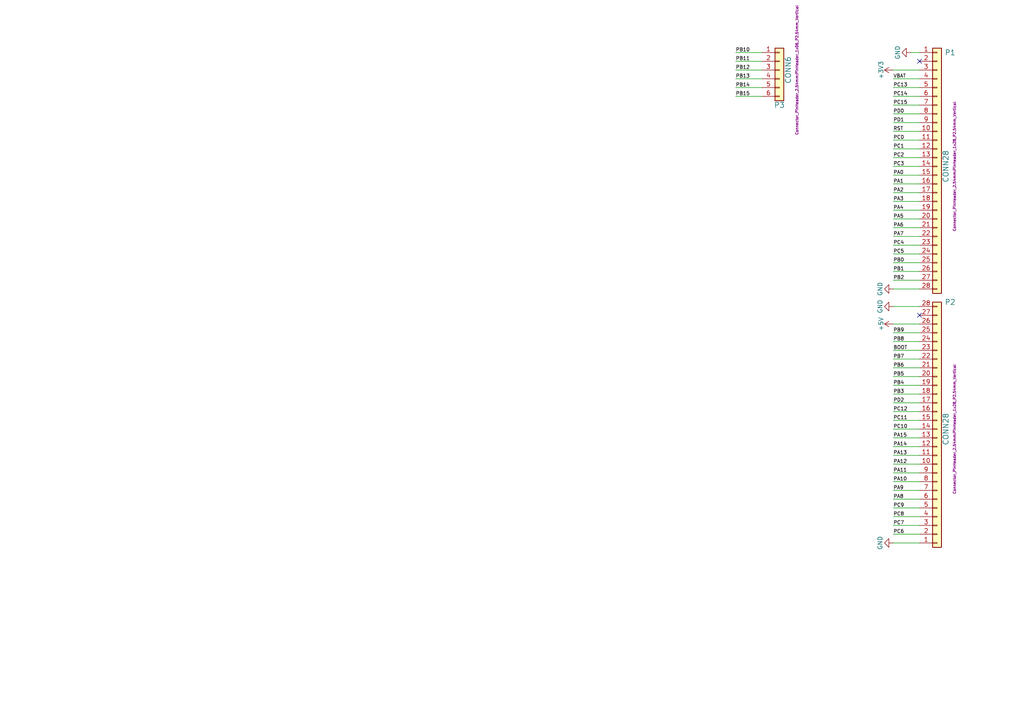
<source format=kicad_sch>
(kicad_sch (version 20230121) (generator eeschema)
  (paper "A4")
  (title_block (title "STM32 Value Line Discovery - Shiled board") (date "20 oct 2012") (rev "1.0"))
  (lib_symbols
    (symbol "Connector_Generic:Conn_01x06" (pin_names (offset 1.016) hide)
      (property "Reference" "J" (at 0 7.62 0))
      (property "Value" "Conn_01x06" (at 0 -10.16 0))
      (symbol "Conn_01x06_1_1"
        (rectangle (start -1.27 -7.493) (end 0 -7.747) (stroke (width 0.1524)))
        (rectangle (start -1.27 -4.953) (end 0 -5.207) (stroke (width 0.1524)))
        (rectangle (start -1.27 -2.413) (end 0 -2.667) (stroke (width 0.1524)))
        (rectangle (start -1.27 0.127) (end 0 -0.127) (stroke (width 0.1524)))
        (rectangle (start -1.27 2.667) (end 0 2.413) (stroke (width 0.1524)))
        (rectangle (start -1.27 5.207) (end 0 4.953) (stroke (width 0.1524)))
        (rectangle (start -1.27 6.35) (end 1.27 -8.89) (stroke (width 0.254)) (fill (type background)))
        (pin passive line (at -5.08 5.08 0) (length 3.81) (name "Pin_1") (number "1"))
        (pin passive line (at -5.08 2.54 0) (length 3.81) (name "Pin_2") (number "2"))
        (pin passive line (at -5.08 0 0) (length 3.81) (name "Pin_3") (number "3"))
        (pin passive line (at -5.08 -2.54 0) (length 3.81) (name "Pin_4") (number "4"))
        (pin passive line (at -5.08 -5.08 0) (length 3.81) (name "Pin_5") (number "5"))
        (pin passive line (at -5.08 -7.62 0) (length 3.81) (name "Pin_6") (number "6"))
      )
    )
    (symbol "Connector_Generic:Conn_01x28" (pin_names (offset 1.016) hide)
      (property "Reference" "J" (at 0 35.56 0))
      (property "Value" "Conn_01x28" (at 0 -38.1 0))
      (symbol "Conn_01x28_1_1"
        (rectangle (start -1.27 -35.433) (end 0 -35.687) (stroke (width 0.1524)))
        (rectangle (start -1.27 -32.893) (end 0 -33.147) (stroke (width 0.1524)))
        (rectangle (start -1.27 -30.353) (end 0 -30.607) (stroke (width 0.1524)))
        (rectangle (start -1.27 -27.813) (end 0 -28.067) (stroke (width 0.1524)))
        (rectangle (start -1.27 -25.273) (end 0 -25.527) (stroke (width 0.1524)))
        (rectangle (start -1.27 -22.733) (end 0 -22.987) (stroke (width 0.1524)))
        (rectangle (start -1.27 -20.193) (end 0 -20.447) (stroke (width 0.1524)))
        (rectangle (start -1.27 -17.653) (end 0 -17.907) (stroke (width 0.1524)))
        (rectangle (start -1.27 -15.113) (end 0 -15.367) (stroke (width 0.1524)))
        (rectangle (start -1.27 -12.573) (end 0 -12.827) (stroke (width 0.1524)))
        (rectangle (start -1.27 -10.033) (end 0 -10.287) (stroke (width 0.1524)))
        (rectangle (start -1.27 -7.493) (end 0 -7.747) (stroke (width 0.1524)))
        (rectangle (start -1.27 -4.953) (end 0 -5.207) (stroke (width 0.1524)))
        (rectangle (start -1.27 -2.413) (end 0 -2.667) (stroke (width 0.1524)))
        (rectangle (start -1.27 0.127) (end 0 -0.127) (stroke (width 0.1524)))
        (rectangle (start -1.27 2.667) (end 0 2.413) (stroke (width 0.1524)))
        (rectangle (start -1.27 5.207) (end 0 4.953) (stroke (width 0.1524)))
        (rectangle (start -1.27 7.747) (end 0 7.493) (stroke (width 0.1524)))
        (rectangle (start -1.27 10.287) (end 0 10.033) (stroke (width 0.1524)))
        (rectangle (start -1.27 12.827) (end 0 12.573) (stroke (width 0.1524)))
        (rectangle (start -1.27 15.367) (end 0 15.113) (stroke (width 0.1524)))
        (rectangle (start -1.27 17.907) (end 0 17.653) (stroke (width 0.1524)))
        (rectangle (start -1.27 20.447) (end 0 20.193) (stroke (width 0.1524)))
        (rectangle (start -1.27 22.987) (end 0 22.733) (stroke (width 0.1524)))
        (rectangle (start -1.27 25.527) (end 0 25.273) (stroke (width 0.1524)))
        (rectangle (start -1.27 28.067) (end 0 27.813) (stroke (width 0.1524)))
        (rectangle (start -1.27 30.607) (end 0 30.353) (stroke (width 0.1524)))
        (rectangle (start -1.27 33.147) (end 0 32.893) (stroke (width 0.1524)))
        (rectangle (start -1.27 34.29) (end 1.27 -36.83) (stroke (width 0.254)) (fill (type background)))
        (pin passive line (at -5.08 33.02 0) (length 3.81) (name "Pin_1") (number "1"))
        (pin passive line (at -5.08 10.16 0) (length 3.81) (name "Pin_10") (number "10"))
        (pin passive line (at -5.08 7.62 0) (length 3.81) (name "Pin_11") (number "11"))
        (pin passive line (at -5.08 5.08 0) (length 3.81) (name "Pin_12") (number "12"))
        (pin passive line (at -5.08 2.54 0) (length 3.81) (name "Pin_13") (number "13"))
        (pin passive line (at -5.08 0 0) (length 3.81) (name "Pin_14") (number "14"))
        (pin passive line (at -5.08 -2.54 0) (length 3.81) (name "Pin_15") (number "15"))
        (pin passive line (at -5.08 -5.08 0) (length 3.81) (name "Pin_16") (number "16"))
        (pin passive line (at -5.08 -7.62 0) (length 3.81) (name "Pin_17") (number "17"))
        (pin passive line (at -5.08 -10.16 0) (length 3.81) (name "Pin_18") (number "18"))
        (pin passive line (at -5.08 -12.7 0) (length 3.81) (name "Pin_19") (number "19"))
        (pin passive line (at -5.08 30.48 0) (length 3.81) (name "Pin_2") (number "2"))
        (pin passive line (at -5.08 -15.24 0) (length 3.81) (name "Pin_20") (number "20"))
        (pin passive line (at -5.08 -17.78 0) (length 3.81) (name "Pin_21") (number "21"))
        (pin passive line (at -5.08 -20.32 0) (length 3.81) (name "Pin_22") (number "22"))
        (pin passive line (at -5.08 -22.86 0) (length 3.81) (name "Pin_23") (number "23"))
        (pin passive line (at -5.08 -25.4 0) (length 3.81) (name "Pin_24") (number "24"))
        (pin passive line (at -5.08 -27.94 0) (length 3.81) (name "Pin_25") (number "25"))
        (pin passive line (at -5.08 -30.48 0) (length 3.81) (name "Pin_26") (number "26"))
        (pin passive line (at -5.08 -33.02 0) (length 3.81) (name "Pin_27") (number "27"))
        (pin passive line (at -5.08 -35.56 0) (length 3.81) (name "Pin_28") (number "28"))
        (pin passive line (at -5.08 27.94 0) (length 3.81) (name "Pin_3") (number "3"))
        (pin passive line (at -5.08 25.4 0) (length 3.81) (name "Pin_4") (number "4"))
        (pin passive line (at -5.08 22.86 0) (length 3.81) (name "Pin_5") (number "5"))
        (pin passive line (at -5.08 20.32 0) (length 3.81) (name "Pin_6") (number "6"))
        (pin passive line (at -5.08 17.78 0) (length 3.81) (name "Pin_7") (number "7"))
        (pin passive line (at -5.08 15.24 0) (length 3.81) (name "Pin_8") (number "8"))
        (pin passive line (at -5.08 12.7 0) (length 3.81) (name "Pin_9") (number "9"))
      )
    )
    (symbol "power:+5V" (power) (pin_names (offset 0))
      (property "Value" "+5V" (at 0 3.556 0))
      (symbol "+5V_0_1"
        (polyline (pts (xy -0.762 1.27) (xy 0 2.54)))
        (polyline (pts (xy 0 0) (xy 0 2.54)))
        (polyline (pts (xy 0 2.54) (xy 0.762 1.27)))
      )
      (symbol "+5V_1_1"
        (pin power_in line (at 0 0 90) (length 0) hide (name "+5V") (number "1"))
      )
    )
    (symbol "power:GND" (power) (pin_names (offset 0))
      (property "Value" "GND" (at 0 -3.81 0))
      (symbol "GND_0_1"
        (polyline (pts (xy 0 0) (xy 0 -1.27) (xy 1.27 -1.27) (xy 0 -2.54) (xy -1.27 -1.27) (xy 0 -1.27)))
      )
      (symbol "GND_1_1"
        (pin power_in line (at 0 0 270) (length 0) hide (name "GND") (number "1"))
      )
    )
    (symbol "stm32f100-discovery-shield-rescue:+3.3V-power" (power) (pin_names (offset 0))
      (property "Value" "+3.3V-power" (at 0 3.556 0))
      (symbol "+3.3V-power_0_1"
        (polyline (pts (xy -0.762 1.27) (xy 0 2.54)))
        (polyline (pts (xy 0 0) (xy 0 2.54)))
        (polyline (pts (xy 0 2.54) (xy 0.762 1.27)))
      )
      (symbol "+3.3V-power_1_1"
        (pin power_in line (at 0 0 90) (length 0) hide (name "+3V3") (number "1"))
      )
    )
  )
  (no_connect (at 266.7 91.44))
  (no_connect (at 266.7 17.78))
  (wire (pts (xy 266.7 88.9) (xy 259.08 88.9)))
  (wire (pts (xy 266.7 38.1) (xy 259.08 38.1)))
  (wire (pts (xy 266.7 43.18) (xy 259.08 43.18)))
  (wire (pts (xy 266.7 15.24) (xy 264.16 15.24)))
  (wire (pts (xy 266.7 106.68) (xy 259.08 106.68)))
  (wire (pts (xy 266.7 139.7) (xy 259.08 139.7)))
  (wire (pts (xy 266.7 30.48) (xy 259.08 30.48)))
  (wire (pts (xy 266.7 124.46) (xy 259.08 124.46)))
  (wire (pts (xy 266.7 114.3) (xy 259.08 114.3)))
  (wire (pts (xy 266.7 147.32) (xy 259.08 147.32)))
  (wire (pts (xy 266.7 58.42) (xy 259.08 58.42)))
  (wire (pts (xy 266.7 121.92) (xy 259.08 121.92)))
  (wire (pts (xy 266.7 144.78) (xy 259.08 144.78)))
  (wire (pts (xy 266.7 66.04) (xy 259.08 66.04)))
  (wire (pts (xy 266.7 20.32) (xy 259.08 20.32)))
  (wire (pts (xy 266.7 73.66) (xy 259.08 73.66)))
  (wire (pts (xy 266.7 71.12) (xy 259.08 71.12)))
  (wire (pts (xy 266.7 78.74) (xy 259.08 78.74)))
  (wire (pts (xy 266.7 137.16) (xy 259.08 137.16)))
  (wire (pts (xy 220.98 15.24) (xy 213.36 15.24)))
  (wire (pts (xy 266.7 93.98) (xy 259.08 93.98)))
  (wire (pts (xy 266.7 149.86) (xy 259.08 149.86)))
  (wire (pts (xy 266.7 63.5) (xy 259.08 63.5)))
  (wire (pts (xy 266.7 152.4) (xy 259.08 152.4)))
  (wire (pts (xy 266.7 101.6) (xy 259.08 101.6)))
  (wire (pts (xy 266.7 22.86) (xy 259.08 22.86)))
  (wire (pts (xy 266.7 35.56) (xy 259.08 35.56)))
  (wire (pts (xy 266.7 116.84) (xy 259.08 116.84)))
  (wire (pts (xy 266.7 127) (xy 259.08 127)))
  (wire (pts (xy 266.7 48.26) (xy 259.08 48.26)))
  (wire (pts (xy 266.7 53.34) (xy 259.08 53.34)))
  (wire (pts (xy 266.7 60.96) (xy 259.08 60.96)))
  (wire (pts (xy 266.7 99.06) (xy 259.08 99.06)))
  (wire (pts (xy 220.98 22.86) (xy 213.36 22.86)))
  (wire (pts (xy 266.7 68.58) (xy 259.08 68.58)))
  (wire (pts (xy 266.7 76.2) (xy 259.08 76.2)))
  (wire (pts (xy 266.7 129.54) (xy 259.08 129.54)))
  (wire (pts (xy 266.7 111.76) (xy 259.08 111.76)))
  (wire (pts (xy 266.7 50.8) (xy 259.08 50.8)))
  (wire (pts (xy 266.7 142.24) (xy 259.08 142.24)))
  (wire (pts (xy 266.7 154.94) (xy 259.08 154.94)))
  (wire (pts (xy 266.7 27.94) (xy 259.08 27.94)))
  (wire (pts (xy 266.7 119.38) (xy 259.08 119.38)))
  (wire (pts (xy 220.98 17.78) (xy 213.36 17.78)))
  (wire (pts (xy 266.7 33.02) (xy 259.08 33.02)))
  (wire (pts (xy 220.98 20.32) (xy 213.36 20.32)))
  (wire (pts (xy 266.7 40.64) (xy 259.08 40.64)))
  (wire (pts (xy 266.7 25.4) (xy 259.08 25.4)))
  (wire (pts (xy 266.7 96.52) (xy 259.08 96.52)))
  (wire (pts (xy 266.7 157.48) (xy 259.08 157.48)))
  (wire (pts (xy 266.7 132.08) (xy 259.08 132.08)))
  (wire (pts (xy 266.7 104.14) (xy 259.08 104.14)))
  (wire (pts (xy 266.7 134.62) (xy 259.08 134.62)))
  (wire (pts (xy 266.7 83.82) (xy 259.08 83.82)))
  (wire (pts (xy 266.7 45.72) (xy 259.08 45.72)))
  (wire (pts (xy 266.7 81.28) (xy 259.08 81.28)))
  (wire (pts (xy 266.7 109.22) (xy 259.08 109.22)))
  (wire (pts (xy 220.98 25.4) (xy 213.36 25.4)))
  (wire (pts (xy 266.7 55.88) (xy 259.08 55.88)))
  (wire (pts (xy 220.98 27.94) (xy 213.36 27.94)))
  (label "VBAT" (at 259.08 22.86 0) (effects (font (size 1.016 1.016))))
  (label "PA12" (at 259.08 134.62 0) (effects (font (size 1.016 1.016))))
  (label "PB13" (at 213.36 22.86 0) (effects (font (size 1.016 1.016))))
  (label "PC6" (at 259.08 154.94 0) (effects (font (size 1.016 1.016))))
  (label "PB5" (at 259.08 109.22 0) (effects (font (size 1.016 1.016))))
  (label "PC7" (at 259.08 152.4 0) (effects (font (size 1.016 1.016))))
  (label "PC10" (at 259.08 124.46 0) (effects (font (size 1.016 1.016))))
  (label "PB4" (at 259.08 111.76 0) (effects (font (size 1.016 1.016))))
  (label "PC5" (at 259.08 73.66 0) (effects (font (size 1.016 1.016))))
  (label "PA10" (at 259.08 139.7 0) (effects (font (size 1.016 1.016))))
  (label "PB6" (at 259.08 106.68 0) (effects (font (size 1.016 1.016))))
  (label "PD2" (at 259.08 116.84 0) (effects (font (size 1.016 1.016))))
  (label "RST" (at 259.08 38.1 0) (effects (font (size 1.016 1.016))))
  (label "PB15" (at 213.36 27.94 0) (effects (font (size 1.016 1.016))))
  (label "PC4" (at 259.08 71.12 0) (effects (font (size 1.016 1.016))))
  (label "PC13" (at 259.08 25.4 0) (effects (font (size 1.016 1.016))))
  (label "PC9" (at 259.08 147.32 0) (effects (font (size 1.016 1.016))))
  (label "PA11" (at 259.08 137.16 0) (effects (font (size 1.016 1.016))))
  (label "PC11" (at 259.08 121.92 0) (effects (font (size 1.016 1.016))))
  (label "PC2" (at 259.08 45.72 0) (effects (font (size 1.016 1.016))))
  (label "PB14" (at 213.36 25.4 0) (effects (font (size 1.016 1.016))))
  (label "PB9" (at 259.08 96.52 0) (effects (font (size 1.016 1.016))))
  (label "PC0" (at 259.08 40.64 0) (effects (font (size 1.016 1.016))))
  (label "PA8" (at 259.08 144.78 0) (effects (font (size 1.016 1.016))))
  (label "PB0" (at 259.08 76.2 0) (effects (font (size 1.016 1.016))))
  (label "PC14" (at 259.08 27.94 0) (effects (font (size 1.016 1.016))))
  (label "PB1" (at 259.08 78.74 0) (effects (font (size 1.016 1.016))))
  (label "PB3" (at 259.08 114.3 0) (effects (font (size 1.016 1.016))))
  (label "PD1" (at 259.08 35.56 0) (effects (font (size 1.016 1.016))))
  (label "PA13" (at 259.08 132.08 0) (effects (font (size 1.016 1.016))))
  (label "PA15" (at 259.08 127 0) (effects (font (size 1.016 1.016))))
  (label "PC3" (at 259.08 48.26 0) (effects (font (size 1.016 1.016))))
  (label "PC1" (at 259.08 43.18 0) (effects (font (size 1.016 1.016))))
  (label "PB12" (at 213.36 20.32 0) (effects (font (size 1.016 1.016))))
  (label "PA5" (at 259.08 63.5 0) (effects (font (size 1.016 1.016))))
  (label "PB10" (at 213.36 15.24 0) (effects (font (size 1.016 1.016))))
  (label "PA1" (at 259.08 53.34 0) (effects (font (size 1.016 1.016))))
  (label "BOOT" (at 259.08 101.6 0) (effects (font (size 1.016 1.016))))
  (label "PB8" (at 259.08 99.06 0) (effects (font (size 1.016 1.016))))
  (label "PC15" (at 259.08 30.48 0) (effects (font (size 1.016 1.016))))
  (label "PA3" (at 259.08 58.42 0) (effects (font (size 1.016 1.016))))
  (label "PA0" (at 259.08 50.8 0) (effects (font (size 1.016 1.016))))
  (label "PB7" (at 259.08 104.14 0) (effects (font (size 1.016 1.016))))
  (label "PA9" (at 259.08 142.24 0) (effects (font (size 1.016 1.016))))
  (label "PC8" (at 259.08 149.86 0) (effects (font (size 1.016 1.016))))
  (label "PA7" (at 259.08 68.58 0) (effects (font (size 1.016 1.016))))
  (label "PA4" (at 259.08 60.96 0) (effects (font (size 1.016 1.016))))
  (label "PB11" (at 213.36 17.78 0) (effects (font (size 1.016 1.016))))
  (label "PD0" (at 259.08 33.02 0) (effects (font (size 1.016 1.016))))
  (label "PA2" (at 259.08 55.88 0) (effects (font (size 1.016 1.016))))
  (label "PA14" (at 259.08 129.54 0) (effects (font (size 1.016 1.016))))
  (label "PA6" (at 259.08 66.04 0) (effects (font (size 1.016 1.016))))
  (label "PB2" (at 259.08 81.28 0) (effects (font (size 1.016 1.016))))
  (label "PC12" (at 259.08 119.38 0) (effects (font (size 1.016 1.016))))
  (symbol (lib_id "Connector_Generic:Conn_01x28") (at 271.78 48.26 0) (unit 1)
    (property "Reference" "P1" (at 275.59 15.24 0) (effects (font (size 1.524 1.524))))
    (property "Value" "CONN28" (at 274.32 48.26 90) (effects (font (size 1.524 1.524))))
    (property "Footprint" "Connector_PinHeader_2.54mm:PinHeader_1x28_P2.54mm_Vertical" (at 276.86 48.26 90) (effects (font (size 0.762 0.762))))
  )
  (symbol (lib_id "Connector_Generic:Conn_01x28") (at 271.78 124.46 0) (mirror x) (unit 1)
    (property "Reference" "P2" (at 275.59 87.63 0) (effects (font (size 1.524 1.524))))
    (property "Value" "CONN28" (at 274.32 124.46 90) (effects (font (size 1.524 1.524))))
    (property "Footprint" "Connector_PinHeader_2.54mm:PinHeader_1x28_P2.54mm_Vertical" (at 276.86 124.46 90) (effects (font (size 0.762 0.762))))
  )
  (symbol (lib_id "Connector_Generic:Conn_01x06") (at 226.06 20.32 0) (unit 1)
    (property "Reference" "P3" (at 226.06 30.48 0) (effects (font (size 1.524 1.524))))
    (property "Value" "CONN6" (at 228.6 20.32 90) (effects (font (size 1.524 1.524))))
    (property "Footprint" "Connector_PinHeader_2.54mm:PinHeader_1x06_P2.54mm_Vertical" (at 231.14 20.32 90) (effects (font (size 0.762 0.762))))
  )
  (symbol (lib_id "power:GND") (at 264.16 15.24 270) (unit 1)
    (property "Reference" "#PWR01" (effects hide))
    (property "Value" "GND" (at 260.35 15.24 0))
  )
  (symbol (lib_id "power:GND") (at 259.08 83.82 270) (unit 1)
    (property "Reference" "#PWR02" (effects hide))
    (property "Value" "GND" (at 255.27 83.82 0))
  )
  (symbol (lib_id "power:GND") (at 259.08 88.9 270) (unit 1)
    (property "Reference" "#PWR03" (effects hide))
    (property "Value" "GND" (at 255.27 88.9 0))
  )
  (symbol (lib_id "power:GND") (at 259.08 157.48 270) (unit 1)
    (property "Reference" "#PWR04" (effects hide))
    (property "Value" "GND" (at 255.27 157.48 0))
  )
  (symbol (lib_id "stm32f100-discovery-shield-rescue:+3.3V-power") (at 259.08 20.32 90) (unit 1)
    (property "Reference" "#PWR05" (effects hide))
    (property "Value" "+3.3V" (at 255.524 20.32 0))
  )
  (symbol (lib_id "power:+5V") (at 259.08 93.98 90) (unit 1)
    (property "Reference" "#PWR06" (effects hide))
    (property "Value" "+5V" (at 255.524 93.98 0))
  )
)
</source>
